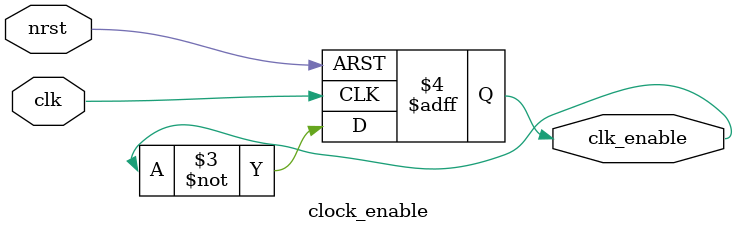
<source format=sv>
`default_nettype none
module clock_enable (
    input clk,
    input nrst,
    output clk_enable
);

always_ff @(posedge clk or negedge nrst)
    if (~nrst) begin
        clk_enable <= '0;
    end else begin
        clk_enable <= ~clk_enable;
    end

endmodule

</source>
